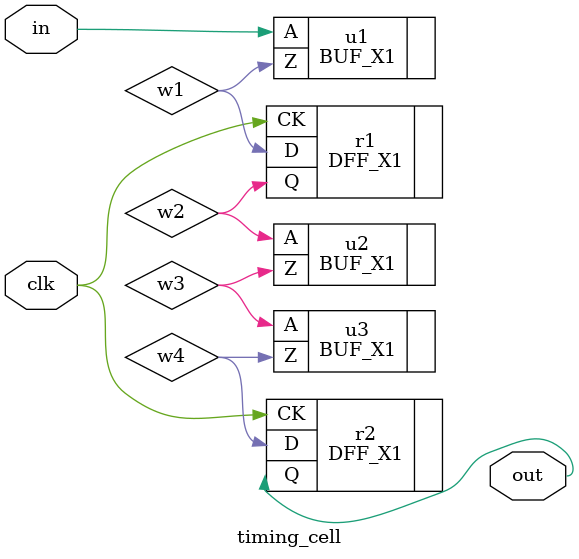
<source format=v>
module timing_cell (input in, input clk, output out);

  wire w1, w2, w3, w4;

  BUF_X1 u1 (.A(in), .Z(w1));
  
  DFF_X1 r1 (.D(w1), .CK(clk), .Q(w2));

  BUF_X1 u2 (.A(w2), .Z(w3));
  BUF_X1 u3 (.A(w3), .Z(w4));
  
  DFF_X1 r2 (.D(w4), .CK(clk), .Q(out));

endmodule

</source>
